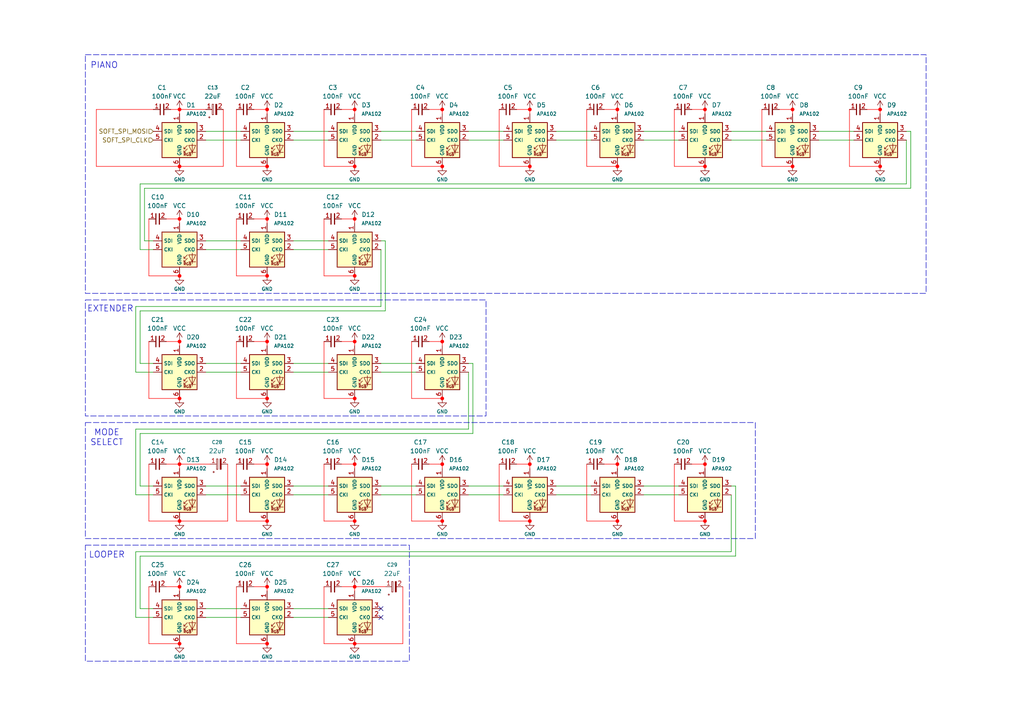
<source format=kicad_sch>
(kicad_sch (version 20250114) (generator "eeschema") (generator_version "9.0")
  (paper "A4")
  (lib_symbols
    (symbol "Symbols:APA102 LED"
      (property "Reference" "D" (at 2.032 8.636 0))
      (property "Value" "APA102" (at 4.318 6.604 0))
      (symbol "APA102 LED_0_0"
        (text "RGB" (at 2.286 -4.191 0) (effects (font (size 0.762 0.762))))
      )
      (symbol "APA102 LED_0_1"
        (rectangle (start -5.08 5.08) (end 5.08 -5.08) (stroke (width 0.254)) (fill (type background)))
        (polyline (pts (xy 1.27 -2.54) (xy 1.778 -2.54)))
        (polyline (pts (xy 1.27 -3.556) (xy 1.778 -3.556)))
        (polyline (pts (xy 2.286 -1.524) (xy 1.27 -2.54) (xy 1.27 -2.032)))
        (polyline (pts (xy 2.286 -2.54) (xy 1.27 -3.556) (xy 1.27 -3.048)))
        (polyline (pts (xy 3.683 -1.016) (xy 3.683 -3.556) (xy 3.683 -4.064)))
        (polyline (pts (xy 4.699 -1.524) (xy 2.667 -1.524) (xy 3.683 -3.556) (xy 4.699 -1.524)))
        (polyline (pts (xy 4.699 -3.556) (xy 2.667 -3.556)))
      )
      (symbol "APA102 LED_1_1"
        (pin input line (at -7.62 2.54 0) (length 2.54) (name "SDI") (number "4"))
        (pin input line (at -7.62 0 0) (length 2.54) (name "CKI") (number "5"))
        (pin power_in line (at 0 7.62 270) (length 2.54) (name "VDD") (number "1"))
        (pin power_in line (at 0 -7.62 90) (length 2.54) (name "GND") (number "6"))
        (pin output line (at 7.62 2.54 180) (length 2.54) (name "SDO") (number "3"))
        (pin output line (at 7.62 0 180) (length 2.54) (name "CKO") (number "2"))
      )
    )
    (symbol "Symbols:Capacitor 0603"
      (property "Reference" "C" (at -3.048 0 90))
      (symbol "Capacitor 0603_0_1"
        (polyline (pts (xy -1.524 0.508) (xy 1.524 0.508)) (stroke (width 0.3048)))
        (polyline (pts (xy -1.524 -0.508) (xy 1.524 -0.508)) (stroke (width 0.3302)))
      )
      (symbol "Capacitor 0603_1_1"
        (pin passive line (at 0 2.54 270) (length 2.032) (name "~") (number "1"))
        (pin passive line (at 0 -2.54 90) (length 2.032) (name "~") (number "2"))
      )
    )
    (symbol "Symbols:Capacitor Electrolytic"
      (property "Reference" "C" (at -3.302 0 90))
      (symbol "Capacitor Electrolytic_0_1"
        (polyline (pts (xy -2.54 1.524) (xy -2.032 1.524)))
        (polyline (pts (xy -2.286 1.27) (xy -2.286 1.778)))
        (rectangle (start -1.524 0.6858) (end 1.524 0.3048))
        (rectangle (start -1.524 -0.3048) (end 1.524 -0.6858) (fill (type outline)))
      )
      (symbol "Capacitor Electrolytic_1_1"
        (pin passive line (at 0 2.54 270) (length 1.8542) (name "~") (number "1"))
        (pin passive line (at 0 -2.54 90) (length 1.8542) (name "~") (number "2"))
      )
    )
    (symbol "Symbols:GND" (power) (pin_numbers (hide yes)) (pin_names (hide yes))
      (property "Value" "GND" (at 0 -3.302 0))
      (symbol "GND_0_1"
        (polyline (pts (xy 0 0) (xy 0 -1.27) (xy 1.27 -1.27) (xy 0 -2.54) (xy -1.27 -1.27) (xy 0 -1.27)))
      )
      (symbol "GND_1_1"
        (pin power_in line (at 0 0 270) (length 0) (name "~") (number ""))
      )
    )
    (symbol "Symbols:VCC" (power) (pin_numbers (hide yes)) (pin_names (hide yes))
      (property "Value" "VCC" (at 0 3.81 0))
      (symbol "VCC_0_1"
        (polyline (pts (xy -0.762 1.27) (xy 0 2.54)))
        (polyline (pts (xy 0 2.54) (xy 0.762 1.27)))
        (polyline (pts (xy 0 0) (xy 0 2.54)))
      )
      (symbol "VCC_1_1"
        (pin power_in line (at 0 0 90) (length 0) (name "~") (number ""))
      )
    )
  )
  (rectangle (start 24.765 86.995) (end 140.97 120.65) (stroke (width 0) (type dash)))
  (rectangle (start 24.765 15.875) (end 268.605 85.09) (stroke (width 0) (type dash)))
  (rectangle (start 24.765 122.555) (end 219.075 156.21) (stroke (width 0) (type dash)))
  (rectangle (start 24.765 158.115) (end 118.745 191.77) (stroke (width 0) (type dash)))
  (text "MODE\nSELECT" (at 30.988 127 0) (effects (font (size 1.778 1.778))))
  (text "EXTENDER" (at 32.004 89.662 0) (effects (font (size 1.778 1.778))))
  (text "LOOPER\n" (at 30.988 161.036 0) (effects (font (size 1.778 1.778))))
  (text "PIANO" (at 30.226 19.05 0) (effects (font (size 1.778 1.778))))
  (junction (at 102.87 80.01) (color 255 0 0 1))
  (junction (at 102.87 31.75) (color 255 0 0 1))
  (junction (at 204.47 31.75) (color 255 0 0 1))
  (junction (at 77.47 48.26) (color 255 0 0 1))
  (junction (at 128.27 99.06) (color 255 0 0 1))
  (junction (at 52.07 170.18) (color 255 0 0 1))
  (junction (at 128.27 31.75) (color 255 0 0 1))
  (junction (at 204.47 134.62) (color 255 0 0 1))
  (junction (at 153.67 134.62) (color 255 0 0 1))
  (junction (at 179.07 48.26) (color 255 0 0 1))
  (junction (at 229.87 48.26) (color 255 0 0 1))
  (junction (at 52.07 31.75) (color 255 0 0 1))
  (junction (at 52.07 48.26) (color 255 0 0 1))
  (junction (at 102.87 151.13) (color 255 0 0 1))
  (junction (at 255.27 48.26) (color 255 0 0 1))
  (junction (at 77.47 115.57) (color 255 0 0 1))
  (junction (at 255.27 31.75) (color 255 0 0 1))
  (junction (at 153.67 48.26) (color 255 0 0 1))
  (junction (at 77.47 31.75) (color 255 0 0 1))
  (junction (at 179.07 31.75) (color 255 0 0 1))
  (junction (at 153.67 31.75) (color 255 0 0 1))
  (junction (at 204.47 151.13) (color 255 0 0 1))
  (junction (at 52.07 115.57) (color 255 0 0 1))
  (junction (at 204.47 48.26) (color 255 0 0 1))
  (junction (at 102.87 115.57) (color 255 0 0 1))
  (junction (at 128.27 115.57) (color 255 0 0 1))
  (junction (at 128.27 151.13) (color 255 0 0 1))
  (junction (at 179.07 151.13) (color 255 0 0 1))
  (junction (at 77.47 99.06) (color 255 0 0 1))
  (junction (at 77.47 134.62) (color 255 0 0 1))
  (junction (at 128.27 134.62) (color 255 0 0 1))
  (junction (at 52.07 186.69) (color 255 0 0 1))
  (junction (at 77.47 186.69) (color 255 0 0 1))
  (junction (at 52.07 99.06) (color 255 0 0 1))
  (junction (at 52.07 151.13) (color 255 0 0 1))
  (junction (at 77.47 63.5) (color 255 0 0 1))
  (junction (at 153.67 151.13) (color 255 0 0 1))
  (junction (at 102.87 48.26) (color 255 0 0 1))
  (junction (at 77.47 170.18) (color 255 0 0 1))
  (junction (at 102.87 186.69) (color 255 0 0 1))
  (junction (at 52.07 134.62) (color 255 0 0 1))
  (junction (at 229.87 31.75) (color 255 0 0 1))
  (junction (at 102.87 63.5) (color 255 0 0 1))
  (junction (at 102.87 99.06) (color 255 0 0 1))
  (junction (at 102.87 134.62) (color 255 0 0 1))
  (junction (at 128.27 48.26) (color 255 0 0 1))
  (junction (at 52.07 80.01) (color 255 0 0 1))
  (junction (at 179.07 134.62) (color 255 0 0 1))
  (junction (at 102.87 170.18) (color 255 0 0 1))
  (junction (at 77.47 80.01) (color 255 0 0 1))
  (junction (at 77.47 151.13) (color 255 0 0 1))
  (junction (at 52.07 63.5) (color 255 0 0 1))
  (no_connect (at 110.49 176.53))
  (no_connect (at 110.49 179.07))
  (wire (pts (xy 179.07 31.75) (xy 175.26 31.75)) (stroke (width 0) (color 255 0 0 1)))
  (wire (pts (xy 264.16 38.1) (xy 262.89 38.1)))
  (wire (pts (xy 116.84 186.69) (xy 116.84 170.18)) (stroke (width 0) (color 255 0 0 1)))
  (wire (pts (xy 179.07 135.89) (xy 179.07 134.62)) (stroke (width 0) (color 255 0 0 1)))
  (wire (pts (xy 77.47 100.33) (xy 77.47 99.06)) (stroke (width 0) (color 255 0 0 1)))
  (wire (pts (xy 64.77 48.26) (xy 64.77 31.75)) (stroke (width 0) (color 255 0 0 1)))
  (wire (pts (xy 59.69 176.53) (xy 69.85 176.53)))
  (wire (pts (xy 204.47 134.62) (xy 200.66 134.62)) (stroke (width 0) (color 255 0 0 1)))
  (wire (pts (xy 27.94 31.75) (xy 44.45 31.75)) (stroke (width 0) (color 255 0 0 1)))
  (wire (pts (xy 52.07 100.33) (xy 52.07 99.06)) (stroke (width 0) (color 255 0 0 1)))
  (wire (pts (xy 68.58 80.01) (xy 77.47 80.01)) (stroke (width 0) (color 255 0 0 1)))
  (wire (pts (xy 40.64 72.39) (xy 44.45 72.39)))
  (wire (pts (xy 186.69 143.51) (xy 196.85 143.51)))
  (wire (pts (xy 77.47 64.77) (xy 77.47 63.5)) (stroke (width 0) (color 255 0 0 1)))
  (wire (pts (xy 128.27 33.02) (xy 128.27 31.75)) (stroke (width 0) (color 255 0 0 1)))
  (wire (pts (xy 144.78 31.75) (xy 144.78 48.26)) (stroke (width 0) (color 255 0 0 1)))
  (wire (pts (xy 59.69 143.51) (xy 69.85 143.51)))
  (wire (pts (xy 40.64 125.73) (xy 40.64 140.97)))
  (wire (pts (xy 102.87 134.62) (xy 99.06 134.62)) (stroke (width 0) (color 255 0 0 1)))
  (wire (pts (xy 85.09 179.07) (xy 95.25 179.07)))
  (wire (pts (xy 77.47 33.02) (xy 77.47 31.75)) (stroke (width 0) (color 255 0 0 1)))
  (wire (pts (xy 229.87 33.02) (xy 229.87 31.75)) (stroke (width 0) (color 255 0 0 1)))
  (wire (pts (xy 93.98 80.01) (xy 102.87 80.01)) (stroke (width 0) (color 255 0 0 1)))
  (wire (pts (xy 77.47 171.45) (xy 77.47 170.18)) (stroke (width 0) (color 255 0 0 1)))
  (wire (pts (xy 43.18 151.13) (xy 52.07 151.13)) (stroke (width 0) (color 255 0 0 1)))
  (wire (pts (xy 128.27 99.06) (xy 124.46 99.06)) (stroke (width 0) (color 255 0 0 1)))
  (wire (pts (xy 144.78 48.26) (xy 153.67 48.26)) (stroke (width 0) (color 255 0 0 1)))
  (wire (pts (xy 68.58 151.13) (xy 77.47 151.13)) (stroke (width 0) (color 255 0 0 1)))
  (wire (pts (xy 110.49 143.51) (xy 120.65 143.51)))
  (wire (pts (xy 102.87 63.5) (xy 99.06 63.5)) (stroke (width 0) (color 255 0 0 1)))
  (wire (pts (xy 66.04 151.13) (xy 66.04 134.62)) (stroke (width 0) (color 255 0 0 1)))
  (wire (pts (xy 102.87 170.18) (xy 111.76 170.18)) (stroke (width 0) (color 255 0 0 1)))
  (wire (pts (xy 195.58 31.75) (xy 195.58 48.26)) (stroke (width 0) (color 255 0 0 1)))
  (wire (pts (xy 93.98 31.75) (xy 93.98 48.26)) (stroke (width 0) (color 255 0 0 1)))
  (wire (pts (xy 128.27 31.75) (xy 124.46 31.75)) (stroke (width 0) (color 255 0 0 1)))
  (wire (pts (xy 144.78 134.62) (xy 144.78 151.13)) (stroke (width 0) (color 255 0 0 1)))
  (wire (pts (xy 85.09 140.97) (xy 95.25 140.97)))
  (wire (pts (xy 59.69 38.1) (xy 69.85 38.1)))
  (wire (pts (xy 52.07 170.18) (xy 48.26 170.18)) (stroke (width 0) (color 255 0 0 1)))
  (wire (pts (xy 179.07 33.02) (xy 179.07 31.75)) (stroke (width 0) (color 255 0 0 1)))
  (wire (pts (xy 77.47 31.75) (xy 73.66 31.75)) (stroke (width 0) (color 255 0 0 1)))
  (wire (pts (xy 39.37 160.02) (xy 39.37 179.07)))
  (wire (pts (xy 52.07 99.06) (xy 48.26 99.06)) (stroke (width 0) (color 255 0 0 1)))
  (wire (pts (xy 52.07 31.75) (xy 52.07 33.02)) (stroke (width 0) (color 255 0 0 1)))
  (wire (pts (xy 40.64 161.29) (xy 213.36 161.29)))
  (wire (pts (xy 93.98 151.13) (xy 102.87 151.13)) (stroke (width 0) (color 255 0 0 1)))
  (wire (pts (xy 77.47 135.89) (xy 77.47 134.62)) (stroke (width 0) (color 255 0 0 1)))
  (wire (pts (xy 153.67 31.75) (xy 149.86 31.75)) (stroke (width 0) (color 255 0 0 1)))
  (wire (pts (xy 220.98 31.75) (xy 220.98 48.26)) (stroke (width 0) (color 255 0 0 1)))
  (wire (pts (xy 44.45 69.85) (xy 41.91 69.85)))
  (wire (pts (xy 85.09 38.1) (xy 95.25 38.1)))
  (wire (pts (xy 246.38 31.75) (xy 246.38 48.26)) (stroke (width 0) (color 255 0 0 1)))
  (wire (pts (xy 59.69 179.07) (xy 69.85 179.07)))
  (wire (pts (xy 119.38 48.26) (xy 128.27 48.26)) (stroke (width 0) (color 255 0 0 1)))
  (wire (pts (xy 102.87 100.33) (xy 102.87 99.06)) (stroke (width 0) (color 255 0 0 1)))
  (wire (pts (xy 93.98 115.57) (xy 102.87 115.57)) (stroke (width 0) (color 255 0 0 1)))
  (wire (pts (xy 212.09 160.02) (xy 212.09 143.51)))
  (wire (pts (xy 119.38 134.62) (xy 119.38 151.13)) (stroke (width 0) (color 255 0 0 1)))
  (wire (pts (xy 237.49 40.64) (xy 247.65 40.64)))
  (wire (pts (xy 102.87 33.02) (xy 102.87 31.75)) (stroke (width 0) (color 255 0 0 1)))
  (wire (pts (xy 144.78 151.13) (xy 153.67 151.13)) (stroke (width 0) (color 255 0 0 1)))
  (wire (pts (xy 102.87 171.45) (xy 102.87 170.18)) (stroke (width 0) (color 255 0 0 1)))
  (wire (pts (xy 110.49 72.39) (xy 110.49 88.9)))
  (wire (pts (xy 119.38 31.75) (xy 119.38 48.26)) (stroke (width 0) (color 255 0 0 1)))
  (wire (pts (xy 213.36 140.97) (xy 213.36 161.29)))
  (wire (pts (xy 262.89 40.64) (xy 262.89 53.34)))
  (wire (pts (xy 135.89 124.46) (xy 135.89 107.95)))
  (wire (pts (xy 102.87 31.75) (xy 99.06 31.75)) (stroke (width 0) (color 255 0 0 1)))
  (wire (pts (xy 212.09 38.1) (xy 222.25 38.1)))
  (wire (pts (xy 186.69 40.64) (xy 196.85 40.64)))
  (wire (pts (xy 264.16 54.61) (xy 264.16 38.1)))
  (wire (pts (xy 40.64 90.17) (xy 111.76 90.17)))
  (wire (pts (xy 170.18 151.13) (xy 179.07 151.13)) (stroke (width 0) (color 255 0 0 1)))
  (wire (pts (xy 52.07 171.45) (xy 52.07 170.18)) (stroke (width 0) (color 255 0 0 1)))
  (wire (pts (xy 40.64 105.41) (xy 44.45 105.41)))
  (wire (pts (xy 255.27 31.75) (xy 251.46 31.75)) (stroke (width 0) (color 255 0 0 1)))
  (wire (pts (xy 237.49 38.1) (xy 247.65 38.1)))
  (wire (pts (xy 195.58 134.62) (xy 195.58 151.13)) (stroke (width 0) (color 255 0 0 1)))
  (wire (pts (xy 246.38 48.26) (xy 255.27 48.26)) (stroke (width 0) (color 255 0 0 1)))
  (wire (pts (xy 135.89 143.51) (xy 146.05 143.51)))
  (wire (pts (xy 43.18 134.62) (xy 43.18 151.13)) (stroke (width 0) (color 255 0 0 1)))
  (wire (pts (xy 68.58 31.75) (xy 68.58 48.26)) (stroke (width 0) (color 255 0 0 1)))
  (wire (pts (xy 52.07 64.77) (xy 52.07 63.5)) (stroke (width 0) (color 255 0 0 1)))
  (wire (pts (xy 68.58 170.18) (xy 68.58 186.69)) (stroke (width 0) (color 255 0 0 1)))
  (wire (pts (xy 262.89 53.34) (xy 40.64 53.34)))
  (wire (pts (xy 93.98 134.62) (xy 93.98 151.13)) (stroke (width 0) (color 255 0 0 1)))
  (wire (pts (xy 77.47 63.5) (xy 73.66 63.5)) (stroke (width 0) (color 255 0 0 1)))
  (wire (pts (xy 220.98 48.26) (xy 229.87 48.26)) (stroke (width 0) (color 255 0 0 1)))
  (wire (pts (xy 40.64 176.53) (xy 44.45 176.53)))
  (wire (pts (xy 119.38 151.13) (xy 128.27 151.13)) (stroke (width 0) (color 255 0 0 1)))
  (wire (pts (xy 59.69 105.41) (xy 69.85 105.41)))
  (wire (pts (xy 85.09 107.95) (xy 95.25 107.95)))
  (wire (pts (xy 161.29 143.51) (xy 171.45 143.51)))
  (wire (pts (xy 41.91 69.85) (xy 41.91 54.61)))
  (wire (pts (xy 85.09 72.39) (xy 95.25 72.39)))
  (wire (pts (xy 135.89 38.1) (xy 146.05 38.1)))
  (wire (pts (xy 27.94 31.75) (xy 27.94 48.26)) (stroke (width 0) (color 255 0 0 1)))
  (wire (pts (xy 39.37 143.51) (xy 44.45 143.51)))
  (wire (pts (xy 119.38 99.06) (xy 119.38 115.57)) (stroke (width 0) (color 255 0 0 1)))
  (wire (pts (xy 39.37 124.46) (xy 135.89 124.46)))
  (wire (pts (xy 93.98 170.18) (xy 93.98 186.69)) (stroke (width 0) (color 255 0 0 1)))
  (wire (pts (xy 52.07 134.62) (xy 48.26 134.62)) (stroke (width 0) (color 255 0 0 1)))
  (wire (pts (xy 204.47 135.89) (xy 204.47 134.62)) (stroke (width 0) (color 255 0 0 1)))
  (wire (pts (xy 186.69 140.97) (xy 196.85 140.97)))
  (wire (pts (xy 186.69 38.1) (xy 196.85 38.1)))
  (wire (pts (xy 255.27 33.02) (xy 255.27 31.75)) (stroke (width 0) (color 255 0 0 1)))
  (wire (pts (xy 195.58 48.26) (xy 204.47 48.26)) (stroke (width 0) (color 255 0 0 1)))
  (wire (pts (xy 195.58 151.13) (xy 204.47 151.13)) (stroke (width 0) (color 255 0 0 1)))
  (wire (pts (xy 93.98 63.5) (xy 93.98 80.01)) (stroke (width 0) (color 255 0 0 1)))
  (wire (pts (xy 52.07 31.75) (xy 59.69 31.75)) (stroke (width 0) (color 255 0 0 1)))
  (wire (pts (xy 102.87 99.06) (xy 99.06 99.06)) (stroke (width 0) (color 255 0 0 1)))
  (wire (pts (xy 27.94 48.26) (xy 52.07 48.26)) (stroke (width 0) (color 255 0 0 1)))
  (wire (pts (xy 161.29 140.97) (xy 171.45 140.97)))
  (wire (pts (xy 39.37 124.46) (xy 39.37 143.51)))
  (wire (pts (xy 170.18 134.62) (xy 170.18 151.13)) (stroke (width 0) (color 255 0 0 1)))
  (wire (pts (xy 59.69 72.39) (xy 69.85 72.39)))
  (wire (pts (xy 110.49 107.95) (xy 120.65 107.95)))
  (wire (pts (xy 39.37 107.95) (xy 44.45 107.95)))
  (wire (pts (xy 77.47 170.18) (xy 73.66 170.18)) (stroke (width 0) (color 255 0 0 1)))
  (wire (pts (xy 137.16 105.41) (xy 137.16 125.73)))
  (wire (pts (xy 128.27 135.89) (xy 128.27 134.62)) (stroke (width 0) (color 255 0 0 1)))
  (wire (pts (xy 49.53 31.75) (xy 52.07 31.75)) (stroke (width 0) (color 255 0 0 1)))
  (wire (pts (xy 40.64 53.34) (xy 40.64 72.39)))
  (wire (pts (xy 52.07 151.13) (xy 66.04 151.13)) (stroke (width 0) (color 255 0 0 1)))
  (wire (pts (xy 102.87 186.69) (xy 116.84 186.69)) (stroke (width 0) (color 255 0 0 1)))
  (wire (pts (xy 59.69 40.64) (xy 69.85 40.64)))
  (wire (pts (xy 212.09 40.64) (xy 222.25 40.64)))
  (wire (pts (xy 204.47 31.75) (xy 200.66 31.75)) (stroke (width 0) (color 255 0 0 1)))
  (wire (pts (xy 85.09 105.41) (xy 95.25 105.41)))
  (wire (pts (xy 153.67 135.89) (xy 153.67 134.62)) (stroke (width 0) (color 255 0 0 1)))
  (wire (pts (xy 52.07 134.62) (xy 60.96 134.62)) (stroke (width 0) (color 255 0 0 1)))
  (wire (pts (xy 110.49 40.64) (xy 120.65 40.64)))
  (wire (pts (xy 102.87 135.89) (xy 102.87 134.62)) (stroke (width 0) (color 255 0 0 1)))
  (wire (pts (xy 153.67 33.02) (xy 153.67 31.75)) (stroke (width 0) (color 255 0 0 1)))
  (wire (pts (xy 68.58 99.06) (xy 68.58 115.57)) (stroke (width 0) (color 255 0 0 1)))
  (wire (pts (xy 93.98 99.06) (xy 93.98 115.57)) (stroke (width 0) (color 255 0 0 1)))
  (wire (pts (xy 85.09 40.64) (xy 95.25 40.64)))
  (wire (pts (xy 153.67 134.62) (xy 149.86 134.62)) (stroke (width 0) (color 255 0 0 1)))
  (wire (pts (xy 59.69 69.85) (xy 69.85 69.85)))
  (wire (pts (xy 161.29 40.64) (xy 171.45 40.64)))
  (wire (pts (xy 110.49 105.41) (xy 120.65 105.41)))
  (wire (pts (xy 128.27 134.62) (xy 124.46 134.62)) (stroke (width 0) (color 255 0 0 1)))
  (wire (pts (xy 43.18 63.5) (xy 43.18 80.01)) (stroke (width 0) (color 255 0 0 1)))
  (wire (pts (xy 77.47 134.62) (xy 73.66 134.62)) (stroke (width 0) (color 255 0 0 1)))
  (wire (pts (xy 43.18 99.06) (xy 43.18 115.57)) (stroke (width 0) (color 255 0 0 1)))
  (wire (pts (xy 102.87 64.77) (xy 102.87 63.5)) (stroke (width 0) (color 255 0 0 1)))
  (wire (pts (xy 39.37 88.9) (xy 39.37 107.95)))
  (wire (pts (xy 43.18 170.18) (xy 43.18 186.69)) (stroke (width 0) (color 255 0 0 1)))
  (wire (pts (xy 43.18 186.69) (xy 52.07 186.69)) (stroke (width 0) (color 255 0 0 1)))
  (wire (pts (xy 52.07 135.89) (xy 52.07 134.62)) (stroke (width 0) (color 255 0 0 1)))
  (wire (pts (xy 52.07 48.26) (xy 64.77 48.26)) (stroke (width 0) (color 255 0 0 1)))
  (wire (pts (xy 68.58 48.26) (xy 77.47 48.26)) (stroke (width 0) (color 255 0 0 1)))
  (wire (pts (xy 68.58 63.5) (xy 68.58 80.01)) (stroke (width 0) (color 255 0 0 1)))
  (wire (pts (xy 59.69 107.95) (xy 69.85 107.95)))
  (wire (pts (xy 41.91 54.61) (xy 264.16 54.61)))
  (wire (pts (xy 68.58 186.69) (xy 77.47 186.69)) (stroke (width 0) (color 255 0 0 1)))
  (wire (pts (xy 43.18 115.57) (xy 52.07 115.57)) (stroke (width 0) (color 255 0 0 1)))
  (wire (pts (xy 43.18 80.01) (xy 52.07 80.01)) (stroke (width 0) (color 255 0 0 1)))
  (wire (pts (xy 40.64 90.17) (xy 40.64 105.41)))
  (wire (pts (xy 40.64 140.97) (xy 44.45 140.97)))
  (wire (pts (xy 135.89 105.41) (xy 137.16 105.41)))
  (wire (pts (xy 85.09 69.85) (xy 95.25 69.85)))
  (wire (pts (xy 110.49 69.85) (xy 111.76 69.85)))
  (wire (pts (xy 68.58 134.62) (xy 68.58 151.13)) (stroke (width 0) (color 255 0 0 1)))
  (wire (pts (xy 93.98 48.26) (xy 102.87 48.26)) (stroke (width 0) (color 255 0 0 1)))
  (wire (pts (xy 128.27 100.33) (xy 128.27 99.06)) (stroke (width 0) (color 255 0 0 1)))
  (wire (pts (xy 135.89 40.64) (xy 146.05 40.64)))
  (wire (pts (xy 204.47 33.02) (xy 204.47 31.75)) (stroke (width 0) (color 255 0 0 1)))
  (wire (pts (xy 229.87 31.75) (xy 226.06 31.75)) (stroke (width 0) (color 255 0 0 1)))
  (wire (pts (xy 39.37 179.07) (xy 44.45 179.07)))
  (wire (pts (xy 85.09 143.51) (xy 95.25 143.51)))
  (wire (pts (xy 52.07 63.5) (xy 48.26 63.5)) (stroke (width 0) (color 255 0 0 1)))
  (wire (pts (xy 102.87 170.18) (xy 99.06 170.18)) (stroke (width 0) (color 255 0 0 1)))
  (wire (pts (xy 77.47 99.06) (xy 73.66 99.06)) (stroke (width 0) (color 255 0 0 1)))
  (wire (pts (xy 68.58 115.57) (xy 77.47 115.57)) (stroke (width 0) (color 255 0 0 1)))
  (wire (pts (xy 135.89 140.97) (xy 146.05 140.97)))
  (wire (pts (xy 170.18 31.75) (xy 170.18 48.26)) (stroke (width 0) (color 255 0 0 1)))
  (wire (pts (xy 40.64 161.29) (xy 40.64 176.53)))
  (wire (pts (xy 119.38 115.57) (xy 128.27 115.57)) (stroke (width 0) (color 255 0 0 1)))
  (wire (pts (xy 93.98 186.69) (xy 102.87 186.69)) (stroke (width 0) (color 255 0 0 1)))
  (wire (pts (xy 111.76 69.85) (xy 111.76 90.17)))
  (wire (pts (xy 179.07 134.62) (xy 175.26 134.62)) (stroke (width 0) (color 255 0 0 1)))
  (wire (pts (xy 39.37 160.02) (xy 212.09 160.02)))
  (wire (pts (xy 161.29 38.1) (xy 171.45 38.1)))
  (wire (pts (xy 170.18 48.26) (xy 179.07 48.26)) (stroke (width 0) (color 255 0 0 1)))
  (wire (pts (xy 110.49 140.97) (xy 120.65 140.97)))
  (wire (pts (xy 85.09 176.53) (xy 95.25 176.53)))
  (wire (pts (xy 59.69 140.97) (xy 69.85 140.97)))
  (wire (pts (xy 110.49 88.9) (xy 39.37 88.9)))
  (wire (pts (xy 40.64 125.73) (xy 137.16 125.73)))
  (wire (pts (xy 110.49 38.1) (xy 120.65 38.1)))
  (wire (pts (xy 212.09 140.97) (xy 213.36 140.97)))
  (hierarchical_label "SOFT_SPI_CLK" (shape input) (at 44.45 40.64 180))
  (hierarchical_label "SOFT_SPI_MOSI" (shape input) (at 44.45 38.1 180))
  (symbol (lib_id "Symbols:VCC") (at 52.07 134.62 0) (unit 1)
    (property "Reference" "#PWR025" (effects (hide yes)))
    (property "Value" "VCC" (at 52.07 130.81 0))
  )
  (symbol (lib_id "Symbols:Capacitor Electrolytic") (at 114.3 170.18 90) (unit 1)
    (property "Reference" "C29" (at 113.7539 163.83 90) (effects (font (size 1.016 1.016))))
    (property "Value" "22uF" (at 113.7539 166.37 90))
    (property "Footprint" "Footprints:C_Electrolytic_4x5.4" (effects (hide yes)))
  )
  (symbol (lib_id "Symbols:GND") (at 204.47 48.26 0) (unit 1)
    (property "Reference" "#PWR014" (effects (hide yes)))
    (property "Value" "GND" (at 204.47 52.07 0) (effects (font (size 1.016 1.016))))
  )
  (symbol (lib_id "Symbols:VCC") (at 77.47 31.75 0) (unit 1)
    (property "Reference" "#PWR08" (effects (hide yes)))
    (property "Value" "VCC" (at 77.47 27.94 0))
  )
  (symbol (lib_id "Symbols:APA102 LED") (at 52.07 179.07 0) (unit 1)
    (property "Reference" "D24" (at 54.0386 168.91 0) (effects (justify left)))
    (property "Value" "APA102" (at 54.0386 171.45 0) (effects (font (size 1.016 1.016)) (justify left)))
    (property "Footprint" "Footprints:APA102 LED" (effects (hide yes)))
  )
  (symbol (lib_id "Symbols:APA102 LED") (at 128.27 143.51 0) (unit 1)
    (property "Reference" "D16" (at 130.2386 133.35 0) (effects (justify left)))
    (property "Value" "APA102" (at 130.2386 135.89 0) (effects (font (size 1.016 1.016)) (justify left)))
    (property "Footprint" "Footprints:APA102 LED" (effects (hide yes)))
  )
  (symbol (lib_id "Symbols:VCC") (at 204.47 134.62 0) (unit 1)
    (property "Reference" "#PWR037" (effects (hide yes)))
    (property "Value" "VCC" (at 204.47 130.81 0))
  )
  (symbol (lib_id "Symbols:GND") (at 128.27 115.57 0) (unit 1)
    (property "Reference" "#PWR046" (effects (hide yes)))
    (property "Value" "GND" (at 128.27 119.38 0) (effects (font (size 1.016 1.016))))
  )
  (symbol (lib_id "Symbols:VCC") (at 179.07 31.75 0) (unit 1)
    (property "Reference" "#PWR011" (effects (hide yes)))
    (property "Value" "VCC" (at 179.07 27.94 0))
  )
  (symbol (lib_id "Symbols:VCC") (at 102.87 99.06 0) (unit 1)
    (property "Reference" "#PWR043" (effects (hide yes)))
    (property "Value" "VCC" (at 102.87 95.25 0))
  )
  (symbol (lib_id "Symbols:APA102 LED") (at 153.67 143.51 0) (unit 1)
    (property "Reference" "D17" (at 155.6386 133.35 0) (effects (justify left)))
    (property "Value" "APA102" (at 155.6386 135.89 0) (effects (font (size 1.016 1.016)) (justify left)))
    (property "Footprint" "Footprints:APA102 LED" (effects (hide yes)))
  )
  (symbol (lib_id "Symbols:APA102 LED") (at 153.67 40.64 0) (unit 1)
    (property "Reference" "D5" (at 155.6386 30.48 0) (effects (justify left)))
    (property "Value" "APA102" (at 155.6386 33.02 0) (effects (font (size 1.016 1.016)) (justify left)))
    (property "Footprint" "Footprints:APA102 LED" (effects (hide yes)))
  )
  (symbol (lib_id "Symbols:VCC") (at 52.07 31.75 0) (unit 1)
    (property "Reference" "#PWR07" (effects (hide yes)))
    (property "Value" "VCC" (at 52.07 27.94 0))
  )
  (symbol (lib_id "Symbols:VCC") (at 179.07 134.62 0) (unit 1)
    (property "Reference" "#PWR035" (effects (hide yes)))
    (property "Value" "VCC" (at 179.07 130.81 0))
  )
  (symbol (lib_id "Symbols:GND") (at 153.67 48.26 0) (unit 1)
    (property "Reference" "#PWR06" (effects (hide yes)))
    (property "Value" "GND" (at 153.67 52.07 0) (effects (font (size 1.016 1.016))))
  )
  (symbol (lib_id "Symbols:Capacitor 0603") (at 121.92 134.62 90) (unit 1)
    (property "Reference" "C17" (at 121.9263 128.27 90))
    (property "Value" "100nF" (at 121.9263 130.81 90))
    (property "Footprint" "Footprints:0603_C" (effects (hide yes)))
  )
  (symbol (lib_id "Symbols:Capacitor 0603") (at 46.99 31.75 90) (unit 1)
    (property "Reference" "C1" (at 46.9963 25.4 90))
    (property "Value" "100nF" (at 46.9963 27.94 90))
    (property "Footprint" "Footprints:0603_C" (effects (hide yes)))
  )
  (symbol (lib_id "Symbols:APA102 LED") (at 77.47 72.39 0) (unit 1)
    (property "Reference" "D11" (at 79.4386 62.23 0) (effects (justify left)))
    (property "Value" "APA102" (at 79.4386 64.77 0) (effects (font (size 1.016 1.016)) (justify left)))
    (property "Footprint" "Footprints:APA102 LED" (effects (hide yes)))
  )
  (symbol (lib_id "Symbols:GND") (at 52.07 186.69 0) (unit 1)
    (property "Reference" "#PWR048" (effects (hide yes)))
    (property "Value" "GND" (at 52.07 190.5 0) (effects (font (size 1.016 1.016))))
  )
  (symbol (lib_id "Symbols:GND") (at 102.87 80.01 0) (unit 1)
    (property "Reference" "#PWR024" (effects (hide yes)))
    (property "Value" "GND" (at 102.87 83.82 0) (effects (font (size 1.016 1.016))))
  )
  (symbol (lib_id "Symbols:VCC") (at 102.87 134.62 0) (unit 1)
    (property "Reference" "#PWR029" (effects (hide yes)))
    (property "Value" "VCC" (at 102.87 130.81 0))
  )
  (symbol (lib_id "Symbols:APA102 LED") (at 128.27 107.95 0) (unit 1)
    (property "Reference" "D23" (at 130.2386 97.79 0) (effects (justify left)))
    (property "Value" "APA102" (at 130.2386 100.33 0) (effects (font (size 1.016 1.016)) (justify left)))
    (property "Footprint" "Footprints:APA102 LED" (effects (hide yes)))
  )
  (symbol (lib_id "Symbols:APA102 LED") (at 229.87 40.64 0) (unit 1)
    (property "Reference" "D8" (at 231.8386 30.48 0) (effects (justify left)))
    (property "Value" "APA102" (at 231.8386 33.02 0) (effects (font (size 1.016 1.016)) (justify left)))
    (property "Footprint" "Footprints:APA102 LED" (effects (hide yes)))
  )
  (symbol (lib_id "Symbols:Capacitor 0603") (at 96.52 63.5 90) (unit 1)
    (property "Reference" "C12" (at 96.5263 57.15 90))
    (property "Value" "100nF" (at 96.5263 59.69 90))
    (property "Footprint" "Footprints:0603_C" (effects (hide yes)))
  )
  (symbol (lib_id "Symbols:GND") (at 179.07 151.13 0) (unit 1)
    (property "Reference" "#PWR036" (effects (hide yes)))
    (property "Value" "GND" (at 179.07 154.94 0) (effects (font (size 1.016 1.016))))
  )
  (symbol (lib_id "Symbols:Capacitor 0603") (at 248.92 31.75 90) (unit 1)
    (property "Reference" "C9" (at 248.9263 25.4 90))
    (property "Value" "100nF" (at 248.9263 27.94 90))
    (property "Footprint" "Footprints:0603_C" (effects (hide yes)))
  )
  (symbol (lib_id "Symbols:VCC") (at 77.47 170.18 0) (unit 1)
    (property "Reference" "#PWR049" (effects (hide yes)))
    (property "Value" "VCC" (at 77.47 166.37 0))
  )
  (symbol (lib_id "Symbols:Capacitor 0603") (at 96.52 31.75 90) (unit 1)
    (property "Reference" "C3" (at 96.5263 25.4 90))
    (property "Value" "100nF" (at 96.5263 27.94 90))
    (property "Footprint" "Footprints:0603_C" (effects (hide yes)))
  )
  (symbol (lib_id "Symbols:APA102 LED") (at 128.27 40.64 0) (unit 1)
    (property "Reference" "D4" (at 130.2386 30.48 0) (effects (justify left)))
    (property "Value" "APA102" (at 130.2386 33.02 0) (effects (font (size 1.016 1.016)) (justify left)))
    (property "Footprint" "Footprints:APA102 LED" (effects (hide yes)))
  )
  (symbol (lib_id "Symbols:VCC") (at 102.87 31.75 0) (unit 1)
    (property "Reference" "#PWR09" (effects (hide yes)))
    (property "Value" "VCC" (at 102.87 27.94 0))
  )
  (symbol (lib_id "Symbols:APA102 LED") (at 204.47 143.51 0) (unit 1)
    (property "Reference" "D19" (at 206.4386 133.35 0) (effects (justify left)))
    (property "Value" "APA102" (at 206.4386 135.89 0) (effects (font (size 1.016 1.016)) (justify left)))
    (property "Footprint" "Footprints:APA102 LED" (effects (hide yes)))
  )
  (symbol (lib_id "Symbols:GND") (at 102.87 115.57 0) (unit 1)
    (property "Reference" "#PWR044" (effects (hide yes)))
    (property "Value" "GND" (at 102.87 119.38 0) (effects (font (size 1.016 1.016))))
  )
  (symbol (lib_id "Symbols:Capacitor 0603") (at 223.52 31.75 90) (unit 1)
    (property "Reference" "C8" (at 223.5263 25.4 90))
    (property "Value" "100nF" (at 223.5263 27.94 90))
    (property "Footprint" "Footprints:0603_C" (effects (hide yes)))
  )
  (symbol (lib_id "Symbols:APA102 LED") (at 102.87 143.51 0) (unit 1)
    (property "Reference" "D15" (at 104.8386 133.35 0) (effects (justify left)))
    (property "Value" "APA102" (at 104.8386 135.89 0) (effects (font (size 1.016 1.016)) (justify left)))
    (property "Footprint" "Footprints:APA102 LED" (effects (hide yes)))
  )
  (symbol (lib_id "Symbols:Capacitor 0603") (at 45.72 170.18 90) (unit 1)
    (property "Reference" "C25" (at 45.7263 163.83 90))
    (property "Value" "100nF" (at 45.7263 166.37 90))
    (property "Footprint" "Footprints:0603_C" (effects (hide yes)))
  )
  (symbol (lib_id "Symbols:APA102 LED") (at 204.47 40.64 0) (unit 1)
    (property "Reference" "D7" (at 206.4386 30.48 0) (effects (justify left)))
    (property "Value" "APA102" (at 206.4386 33.02 0) (effects (font (size 1.016 1.016)) (justify left)))
    (property "Footprint" "Footprints:APA102 LED" (effects (hide yes)))
  )
  (symbol (lib_id "Symbols:GND") (at 52.07 151.13 0) (unit 1)
    (property "Reference" "#PWR026" (effects (hide yes)))
    (property "Value" "GND" (at 52.07 154.94 0) (effects (font (size 1.016 1.016))))
  )
  (symbol (lib_id "Symbols:Capacitor 0603") (at 198.12 31.75 90) (unit 1)
    (property "Reference" "C7" (at 198.1263 25.4 90))
    (property "Value" "100nF" (at 198.1263 27.94 90))
    (property "Footprint" "Footprints:0603_C" (effects (hide yes)))
  )
  (symbol (lib_id "Symbols:APA102 LED") (at 179.07 143.51 0) (unit 1)
    (property "Reference" "D18" (at 181.0386 133.35 0) (effects (justify left)))
    (property "Value" "APA102" (at 181.0386 135.89 0) (effects (font (size 1.016 1.016)) (justify left)))
    (property "Footprint" "Footprints:APA102 LED" (effects (hide yes)))
  )
  (symbol (lib_id "Symbols:APA102 LED") (at 52.07 40.64 0) (unit 1)
    (property "Reference" "D1" (at 54.0386 30.48 0) (effects (justify left)))
    (property "Value" "APA102" (at 54.0386 33.02 0) (effects (font (size 1.016 1.016)) (justify left)))
    (property "Footprint" "Footprints:APA102 LED" (effects (hide yes)))
  )
  (symbol (lib_id "Symbols:GND") (at 255.27 48.26 0) (unit 1)
    (property "Reference" "#PWR018" (effects (hide yes)))
    (property "Value" "GND" (at 255.27 52.07 0) (effects (font (size 1.016 1.016))))
  )
  (symbol (lib_id "Symbols:Capacitor 0603") (at 71.12 63.5 90) (unit 1)
    (property "Reference" "C11" (at 71.1263 57.15 90))
    (property "Value" "100nF" (at 71.1263 59.69 90))
    (property "Footprint" "Footprints:0603_C" (effects (hide yes)))
  )
  (symbol (lib_id "Symbols:Capacitor 0603") (at 45.72 99.06 90) (unit 1)
    (property "Reference" "C21" (at 45.7263 92.71 90))
    (property "Value" "100nF" (at 45.7263 95.25 90))
    (property "Footprint" "Footprints:0603_C" (effects (hide yes)))
  )
  (symbol (lib_id "Symbols:VCC") (at 128.27 99.06 0) (unit 1)
    (property "Reference" "#PWR045" (effects (hide yes)))
    (property "Value" "VCC" (at 128.27 95.25 0))
  )
  (symbol (lib_id "Symbols:Capacitor 0603") (at 71.12 170.18 90) (unit 1)
    (property "Reference" "C26" (at 71.1263 163.83 90))
    (property "Value" "100nF" (at 71.1263 166.37 90))
    (property "Footprint" "Footprints:0603_C" (effects (hide yes)))
  )
  (symbol (lib_id "Symbols:VCC") (at 229.87 31.75 0) (unit 1)
    (property "Reference" "#PWR015" (effects (hide yes)))
    (property "Value" "VCC" (at 229.87 27.94 0))
  )
  (symbol (lib_id "Symbols:GND") (at 128.27 151.13 0) (unit 1)
    (property "Reference" "#PWR032" (effects (hide yes)))
    (property "Value" "GND" (at 128.27 154.94 0) (effects (font (size 1.016 1.016))))
  )
  (symbol (lib_id "Symbols:Capacitor 0603") (at 45.72 63.5 90) (unit 1)
    (property "Reference" "C10" (at 45.7263 57.15 90))
    (property "Value" "100nF" (at 45.7263 59.69 90))
    (property "Footprint" "Footprints:0603_C" (effects (hide yes)))
  )
  (symbol (lib_id "Symbols:APA102 LED") (at 255.27 40.64 0) (unit 1)
    (property "Reference" "D9" (at 257.2386 30.48 0) (effects (justify left)))
    (property "Value" "APA102" (at 257.2386 33.02 0) (effects (font (size 1.016 1.016)) (justify left)))
    (property "Footprint" "Footprints:APA102 LED" (effects (hide yes)))
  )
  (symbol (lib_id "Symbols:GND") (at 102.87 48.26 0) (unit 1)
    (property "Reference" "#PWR03" (effects (hide yes)))
    (property "Value" "GND" (at 102.87 52.07 0) (effects (font (size 1.016 1.016))))
  )
  (symbol (lib_id "Symbols:Capacitor 0603") (at 121.92 99.06 90) (unit 1)
    (property "Reference" "C24" (at 121.9263 92.71 90))
    (property "Value" "100nF" (at 121.9263 95.25 90))
    (property "Footprint" "Footprints:0603_C" (effects (hide yes)))
  )
  (symbol (lib_id "Symbols:APA102 LED") (at 102.87 107.95 0) (unit 1)
    (property "Reference" "D22" (at 104.8386 97.79 0) (effects (justify left)))
    (property "Value" "APA102" (at 104.8386 100.33 0) (effects (font (size 1.016 1.016)) (justify left)))
    (property "Footprint" "Footprints:APA102 LED" (effects (hide yes)))
  )
  (symbol (lib_id "Symbols:GND") (at 77.47 151.13 0) (unit 1)
    (property "Reference" "#PWR028" (effects (hide yes)))
    (property "Value" "GND" (at 77.47 154.94 0) (effects (font (size 1.016 1.016))))
  )
  (symbol (lib_id "Symbols:VCC") (at 153.67 31.75 0) (unit 1)
    (property "Reference" "#PWR05" (effects (hide yes)))
    (property "Value" "VCC" (at 153.67 27.94 0))
  )
  (symbol (lib_id "Symbols:Capacitor 0603") (at 147.32 31.75 90) (unit 1)
    (property "Reference" "C5" (at 147.3263 25.4 90))
    (property "Value" "100nF" (at 147.3263 27.94 90))
    (property "Footprint" "Footprints:0603_C" (effects (hide yes)))
  )
  (symbol (lib_id "Symbols:Capacitor Electrolytic") (at 62.23 31.75 90) (unit 1)
    (property "Reference" "C13" (at 61.6839 25.4 90) (effects (font (size 1.016 1.016))))
    (property "Value" "22uF" (at 61.6839 27.94 90))
    (property "Footprint" "Footprints:0603_C" (effects (hide yes)))
  )
  (symbol (lib_id "Symbols:Capacitor 0603") (at 71.12 31.75 90) (unit 1)
    (property "Reference" "C2" (at 71.1263 25.4 90))
    (property "Value" "100nF" (at 71.1263 27.94 90))
    (property "Footprint" "Footprints:0603_C" (effects (hide yes)))
  )
  (symbol (lib_id "Symbols:APA102 LED") (at 52.07 72.39 0) (unit 1)
    (property "Reference" "D10" (at 54.0386 62.23 0) (effects (justify left)))
    (property "Value" "APA102" (at 54.0386 64.77 0) (effects (font (size 1.016 1.016)) (justify left)))
    (property "Footprint" "Footprints:APA102 LED" (effects (hide yes)))
  )
  (symbol (lib_id "Symbols:GND") (at 77.47 186.69 0) (unit 1)
    (property "Reference" "#PWR050" (effects (hide yes)))
    (property "Value" "GND" (at 77.47 190.5 0) (effects (font (size 1.016 1.016))))
  )
  (symbol (lib_id "Symbols:GND") (at 52.07 115.57 0) (unit 1)
    (property "Reference" "#PWR040" (effects (hide yes)))
    (property "Value" "GND" (at 52.07 119.38 0) (effects (font (size 1.016 1.016))))
  )
  (symbol (lib_id "Symbols:GND") (at 204.47 151.13 0) (unit 1)
    (property "Reference" "#PWR038" (effects (hide yes)))
    (property "Value" "GND" (at 204.47 154.94 0) (effects (font (size 1.016 1.016))))
  )
  (symbol (lib_id "Symbols:APA102 LED") (at 102.87 179.07 0) (unit 1)
    (property "Reference" "D26" (at 104.8386 168.91 0) (effects (justify left)))
    (property "Value" "APA102" (at 104.8386 171.45 0) (effects (font (size 1.016 1.016)) (justify left)))
    (property "Footprint" "Footprints:APA102 LED" (effects (hide yes)))
  )
  (symbol (lib_id "Symbols:GND") (at 52.07 80.01 0) (unit 1)
    (property "Reference" "#PWR020" (effects (hide yes)))
    (property "Value" "GND" (at 52.07 83.82 0) (effects (font (size 1.016 1.016))))
  )
  (symbol (lib_id "Symbols:Capacitor 0603") (at 172.72 31.75 90) (unit 1)
    (property "Reference" "C6" (at 172.7263 25.4 90))
    (property "Value" "100nF" (at 172.7263 27.94 90))
    (property "Footprint" "Footprints:0603_C" (effects (hide yes)))
  )
  (symbol (lib_id "Symbols:Capacitor 0603") (at 147.32 134.62 90) (unit 1)
    (property "Reference" "C18" (at 147.3263 128.27 90))
    (property "Value" "100nF" (at 147.3263 130.81 90))
    (property "Footprint" "Footprints:0603_C" (effects (hide yes)))
  )
  (symbol (lib_id "Symbols:APA102 LED") (at 77.47 40.64 0) (unit 1)
    (property "Reference" "D2" (at 79.4386 30.48 0) (effects (justify left)))
    (property "Value" "APA102" (at 79.4386 33.02 0) (effects (font (size 1.016 1.016)) (justify left)))
    (property "Footprint" "Footprints:APA102 LED" (effects (hide yes)))
  )
  (symbol (lib_id "Symbols:VCC") (at 77.47 134.62 0) (unit 1)
    (property "Reference" "#PWR027" (effects (hide yes)))
    (property "Value" "VCC" (at 77.47 130.81 0))
  )
  (symbol (lib_id "Symbols:VCC") (at 255.27 31.75 0) (unit 1)
    (property "Reference" "#PWR017" (effects (hide yes)))
    (property "Value" "VCC" (at 255.27 27.94 0))
  )
  (symbol (lib_id "Symbols:VCC") (at 128.27 134.62 0) (unit 1)
    (property "Reference" "#PWR031" (effects (hide yes)))
    (property "Value" "VCC" (at 128.27 130.81 0))
  )
  (symbol (lib_id "Symbols:GND") (at 128.27 48.26 0) (unit 1)
    (property "Reference" "#PWR04" (effects (hide yes)))
    (property "Value" "GND" (at 128.27 52.07 0) (effects (font (size 1.016 1.016))))
  )
  (symbol (lib_id "Symbols:GND") (at 179.07 48.26 0) (unit 1)
    (property "Reference" "#PWR012" (effects (hide yes)))
    (property "Value" "GND" (at 179.07 52.07 0) (effects (font (size 1.016 1.016))))
  )
  (symbol (lib_id "Symbols:Capacitor 0603") (at 71.12 99.06 90) (unit 1)
    (property "Reference" "C22" (at 71.1263 92.71 90))
    (property "Value" "100nF" (at 71.1263 95.25 90))
    (property "Footprint" "Footprints:0603_C" (effects (hide yes)))
  )
  (symbol (lib_id "Symbols:VCC") (at 153.67 134.62 0) (unit 1)
    (property "Reference" "#PWR033" (effects (hide yes)))
    (property "Value" "VCC" (at 153.67 130.81 0))
  )
  (symbol (lib_id "Symbols:Capacitor 0603") (at 71.12 134.62 90) (unit 1)
    (property "Reference" "C15" (at 71.1263 128.27 90))
    (property "Value" "100nF" (at 71.1263 130.81 90))
    (property "Footprint" "Footprints:0603_C" (effects (hide yes)))
  )
  (symbol (lib_id "Symbols:GND") (at 77.47 80.01 0) (unit 1)
    (property "Reference" "#PWR022" (effects (hide yes)))
    (property "Value" "GND" (at 77.47 83.82 0) (effects (font (size 1.016 1.016))))
  )
  (symbol (lib_id "Symbols:VCC") (at 102.87 170.18 0) (unit 1)
    (property "Reference" "#PWR051" (effects (hide yes)))
    (property "Value" "VCC" (at 102.87 166.37 0))
  )
  (symbol (lib_id "Symbols:APA102 LED") (at 179.07 40.64 0) (unit 1)
    (property "Reference" "D6" (at 181.0386 30.48 0) (effects (justify left)))
    (property "Value" "APA102" (at 181.0386 33.02 0) (effects (font (size 1.016 1.016)) (justify left)))
    (property "Footprint" "Footprints:APA102 LED" (effects (hide yes)))
  )
  (symbol (lib_id "Symbols:APA102 LED") (at 52.07 143.51 0) (unit 1)
    (property "Reference" "D13" (at 54.0386 133.35 0) (effects (justify left)))
    (property "Value" "APA102" (at 54.0386 135.89 0) (effects (font (size 1.016 1.016)) (justify left)))
    (property "Footprint" "Footprints:APA102 LED" (effects (hide yes)))
  )
  (symbol (lib_id "Symbols:Capacitor Electrolytic") (at 63.5 134.62 90) (unit 1)
    (property "Reference" "C28" (at 62.9539 128.27 90) (effects (font (size 1.016 1.016))))
    (property "Value" "22uF" (at 62.9539 130.81 90))
    (property "Footprint" "Footprints:C_Electrolytic_4x5.4" (effects (hide yes)))
  )
  (symbol (lib_id "Symbols:VCC") (at 52.07 63.5 0) (unit 1)
    (property "Reference" "#PWR019" (effects (hide yes)))
    (property "Value" "VCC" (at 52.07 59.69 0))
  )
  (symbol (lib_id "Symbols:GND") (at 52.07 48.26 0) (unit 1)
    (property "Reference" "#PWR01" (effects (hide yes)))
    (property "Value" "GND" (at 52.07 52.07 0) (effects (font (size 1.016 1.016))))
  )
  (symbol (lib_id "Symbols:GND") (at 153.67 151.13 0) (unit 1)
    (property "Reference" "#PWR034" (effects (hide yes)))
    (property "Value" "GND" (at 153.67 154.94 0) (effects (font (size 1.016 1.016))))
  )
  (symbol (lib_id "Symbols:APA102 LED") (at 77.47 143.51 0) (unit 1)
    (property "Reference" "D14" (at 79.4386 133.35 0) (effects (justify left)))
    (property "Value" "APA102" (at 79.4386 135.89 0) (effects (font (size 1.016 1.016)) (justify left)))
    (property "Footprint" "Footprints:APA102 LED" (effects (hide yes)))
  )
  (symbol (lib_id "Symbols:GND") (at 229.87 48.26 0) (unit 1)
    (property "Reference" "#PWR016" (effects (hide yes)))
    (property "Value" "GND" (at 229.87 52.07 0) (effects (font (size 1.016 1.016))))
  )
  (symbol (lib_id "Symbols:Capacitor 0603") (at 172.72 134.62 90) (unit 1)
    (property "Reference" "C19" (at 172.7263 128.27 90))
    (property "Value" "100nF" (at 172.7263 130.81 90))
    (property "Footprint" "Footprints:0603_C" (effects (hide yes)))
  )
  (symbol (lib_id "Symbols:GND") (at 77.47 115.57 0) (unit 1)
    (property "Reference" "#PWR042" (effects (hide yes)))
    (property "Value" "GND" (at 77.47 119.38 0) (effects (font (size 1.016 1.016))))
  )
  (symbol (lib_id "Symbols:VCC") (at 77.47 99.06 0) (unit 1)
    (property "Reference" "#PWR041" (effects (hide yes)))
    (property "Value" "VCC" (at 77.47 95.25 0))
  )
  (symbol (lib_id "Symbols:Capacitor 0603") (at 96.52 134.62 90) (unit 1)
    (property "Reference" "C16" (at 96.5263 128.27 90))
    (property "Value" "100nF" (at 96.5263 130.81 90))
    (property "Footprint" "Footprints:0603_C" (effects (hide yes)))
  )
  (symbol (lib_id "Symbols:APA102 LED") (at 102.87 40.64 0) (unit 1)
    (property "Reference" "D3" (at 104.8386 30.48 0) (effects (justify left)))
    (property "Value" "APA102" (at 104.8386 33.02 0) (effects (font (size 1.016 1.016)) (justify left)))
    (property "Footprint" "Footprints:APA102 LED" (effects (hide yes)))
  )
  (symbol (lib_id "Symbols:GND") (at 102.87 151.13 0) (unit 1)
    (property "Reference" "#PWR030" (effects (hide yes)))
    (property "Value" "GND" (at 102.87 154.94 0) (effects (font (size 1.016 1.016))))
  )
  (symbol (lib_id "Symbols:Capacitor 0603") (at 96.52 99.06 90) (unit 1)
    (property "Reference" "C23" (at 96.5263 92.71 90))
    (property "Value" "100nF" (at 96.5263 95.25 90))
    (property "Footprint" "Footprints:0603_C" (effects (hide yes)))
  )
  (symbol (lib_id "Symbols:Capacitor 0603") (at 96.52 170.18 90) (unit 1)
    (property "Reference" "C27" (at 96.5263 163.83 90))
    (property "Value" "100nF" (at 96.5263 166.37 90))
    (property "Footprint" "Footprints:0603_C" (effects (hide yes)))
  )
  (symbol (lib_id "Symbols:Capacitor 0603") (at 121.92 31.75 90) (unit 1)
    (property "Reference" "C4" (at 121.9263 25.4 90))
    (property "Value" "100nF" (at 121.9263 27.94 90))
    (property "Footprint" "Footprints:0603_C" (effects (hide yes)))
  )
  (symbol (lib_id "Symbols:APA102 LED") (at 52.07 107.95 0) (unit 1)
    (property "Reference" "D20" (at 54.0386 97.79 0) (effects (justify left)))
    (property "Value" "APA102" (at 54.0386 100.33 0) (effects (font (size 1.016 1.016)) (justify left)))
    (property "Footprint" "Footprints:APA102 LED" (effects (hide yes)))
  )
  (symbol (lib_id "Symbols:VCC") (at 77.47 63.5 0) (unit 1)
    (property "Reference" "#PWR021" (effects (hide yes)))
    (property "Value" "VCC" (at 77.47 59.69 0))
  )
  (symbol (lib_id "Symbols:VCC") (at 128.27 31.75 0) (unit 1)
    (property "Reference" "#PWR010" (effects (hide yes)))
    (property "Value" "VCC" (at 128.27 27.94 0))
  )
  (symbol (lib_id "Symbols:Capacitor 0603") (at 198.12 134.62 90) (unit 1)
    (property "Reference" "C20" (at 198.1263 128.27 90))
    (property "Value" "100nF" (at 198.1263 130.81 90))
    (property "Footprint" "Footprints:0603_C" (effects (hide yes)))
  )
  (symbol (lib_id "Symbols:GND") (at 77.47 48.26 0) (unit 1)
    (property "Reference" "#PWR02" (effects (hide yes)))
    (property "Value" "GND" (at 77.47 52.07 0) (effects (font (size 1.016 1.016))))
  )
  (symbol (lib_id "Symbols:VCC") (at 52.07 170.18 0) (unit 1)
    (property "Reference" "#PWR047" (effects (hide yes)))
    (property "Value" "VCC" (at 52.07 166.37 0))
  )
  (symbol (lib_id "Symbols:APA102 LED") (at 102.87 72.39 0) (unit 1)
    (property "Reference" "D12" (at 104.8386 62.23 0) (effects (justify left)))
    (property "Value" "APA102" (at 104.8386 64.77 0) (effects (font (size 1.016 1.016)) (justify left)))
    (property "Footprint" "Footprints:APA102 LED" (effects (hide yes)))
  )
  (symbol (lib_id "Symbols:GND") (at 102.87 186.69 0) (unit 1)
    (property "Reference" "#PWR052" (effects (hide yes)))
    (property "Value" "GND" (at 102.87 190.5 0) (effects (font (size 1.016 1.016))))
  )
  (symbol (lib_id "Symbols:VCC") (at 204.47 31.75 0) (unit 1)
    (property "Reference" "#PWR013" (effects (hide yes)))
    (property "Value" "VCC" (at 204.47 27.94 0))
  )
  (symbol (lib_id "Symbols:APA102 LED") (at 77.47 179.07 0) (unit 1)
    (property "Reference" "D25" (at 79.4386 168.91 0) (effects (justify left)))
    (property "Value" "APA102" (at 79.4386 171.45 0) (effects (font (size 1.016 1.016)) (justify left)))
    (property "Footprint" "Footprints:APA102 LED" (effects (hide yes)))
  )
  (symbol (lib_id "Symbols:VCC") (at 52.07 99.06 0) (unit 1)
    (property "Reference" "#PWR039" (effects (hide yes)))
    (property "Value" "VCC" (at 52.07 95.25 0))
  )
  (symbol (lib_id "Symbols:APA102 LED") (at 77.47 107.95 0) (unit 1)
    (property "Reference" "D21" (at 79.4386 97.79 0) (effects (justify left)))
    (property "Value" "APA102" (at 79.4386 100.33 0) (effects (font (size 1.016 1.016)) (justify left)))
    (property "Footprint" "Footprints:APA102 LED" (effects (hide yes)))
  )
  (symbol (lib_id "Symbols:Capacitor 0603") (at 45.72 134.62 90) (unit 1)
    (property "Reference" "C14" (at 45.7263 128.27 90))
    (property "Value" "100nF" (at 45.7263 130.81 90))
    (property "Footprint" "Footprints:0603_C" (effects (hide yes)))
  )
  (symbol (lib_id "Symbols:VCC") (at 102.87 63.5 0) (unit 1)
    (property "Reference" "#PWR023" (effects (hide yes)))
    (property "Value" "VCC" (at 102.87 59.69 0))
  )
)
</source>
